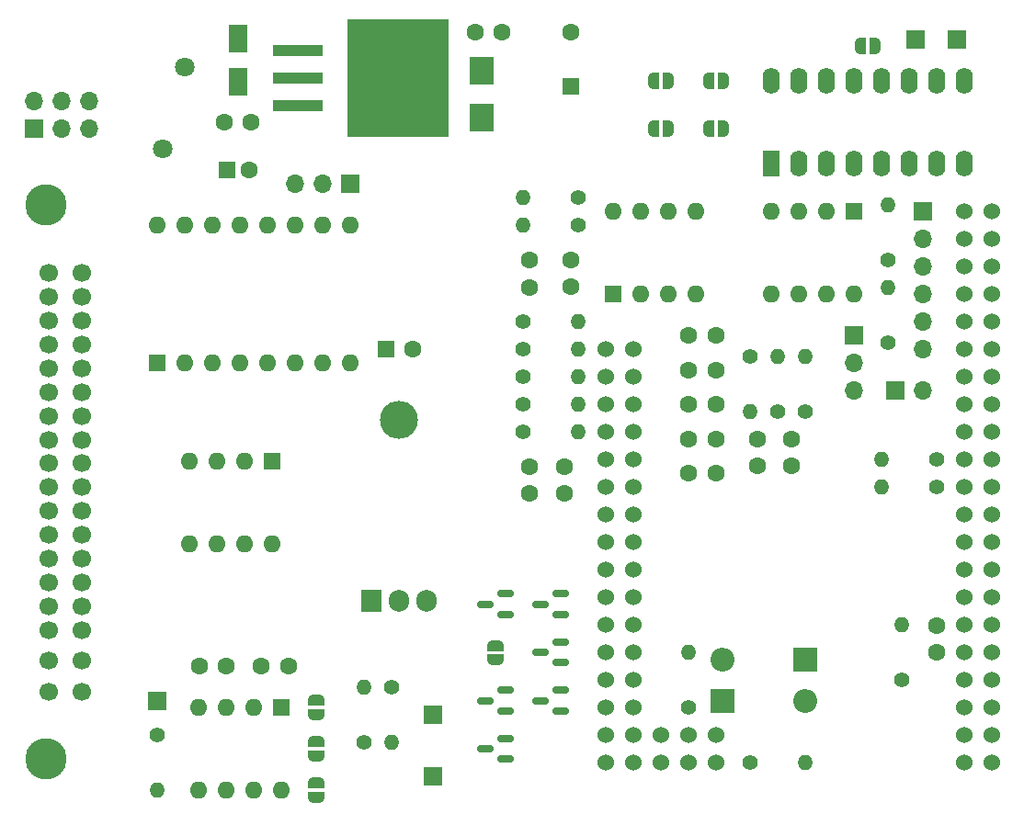
<source format=gts>
G04 #@! TF.GenerationSoftware,KiCad,Pcbnew,(6.0.1)*
G04 #@! TF.CreationDate,2022-03-02T00:16:26-05:00*
G04 #@! TF.ProjectId,klxecu,6b6c7865-6375-42e6-9b69-6361645f7063,rev?*
G04 #@! TF.SameCoordinates,Original*
G04 #@! TF.FileFunction,Soldermask,Top*
G04 #@! TF.FilePolarity,Negative*
%FSLAX46Y46*%
G04 Gerber Fmt 4.6, Leading zero omitted, Abs format (unit mm)*
G04 Created by KiCad (PCBNEW (6.0.1)) date 2022-03-02 00:16:26*
%MOMM*%
%LPD*%
G01*
G04 APERTURE LIST*
G04 Aperture macros list*
%AMRoundRect*
0 Rectangle with rounded corners*
0 $1 Rounding radius*
0 $2 $3 $4 $5 $6 $7 $8 $9 X,Y pos of 4 corners*
0 Add a 4 corners polygon primitive as box body*
4,1,4,$2,$3,$4,$5,$6,$7,$8,$9,$2,$3,0*
0 Add four circle primitives for the rounded corners*
1,1,$1+$1,$2,$3*
1,1,$1+$1,$4,$5*
1,1,$1+$1,$6,$7*
1,1,$1+$1,$8,$9*
0 Add four rect primitives between the rounded corners*
20,1,$1+$1,$2,$3,$4,$5,0*
20,1,$1+$1,$4,$5,$6,$7,0*
20,1,$1+$1,$6,$7,$8,$9,0*
20,1,$1+$1,$8,$9,$2,$3,0*%
%AMFreePoly0*
4,1,22,0.500000,-0.750000,0.000000,-0.750000,0.000000,-0.745033,-0.079941,-0.743568,-0.215256,-0.701293,-0.333266,-0.622738,-0.424486,-0.514219,-0.481581,-0.384460,-0.499164,-0.250000,-0.500000,-0.250000,-0.500000,0.250000,-0.499164,0.250000,-0.499963,0.256109,-0.478152,0.396186,-0.417904,0.524511,-0.324060,0.630769,-0.204165,0.706417,-0.067858,0.745374,0.000000,0.744959,0.000000,0.750000,
0.500000,0.750000,0.500000,-0.750000,0.500000,-0.750000,$1*%
%AMFreePoly1*
4,1,20,0.000000,0.744959,0.073905,0.744508,0.209726,0.703889,0.328688,0.626782,0.421226,0.519385,0.479903,0.390333,0.500000,0.250000,0.500000,-0.250000,0.499851,-0.262216,0.476331,-0.402017,0.414519,-0.529596,0.319384,-0.634700,0.198574,-0.708877,0.061801,-0.746166,0.000000,-0.745033,0.000000,-0.750000,-0.500000,-0.750000,-0.500000,0.750000,0.000000,0.750000,0.000000,0.744959,
0.000000,0.744959,$1*%
G04 Aperture macros list end*
%ADD10FreePoly0,0.000000*%
%ADD11FreePoly1,0.000000*%
%ADD12R,1.700000X1.700000*%
%ADD13C,1.524000*%
%ADD14R,1.600000X2.400000*%
%ADD15O,1.600000X2.400000*%
%ADD16C,1.400000*%
%ADD17O,1.400000X1.400000*%
%ADD18R,1.600000X1.600000*%
%ADD19O,1.600000X1.600000*%
%ADD20R,4.600000X1.100000*%
%ADD21R,9.400000X10.800000*%
%ADD22C,3.800000*%
%ADD23C,1.700000*%
%ADD24C,1.800000*%
%ADD25RoundRect,0.150000X0.587500X0.150000X-0.587500X0.150000X-0.587500X-0.150000X0.587500X-0.150000X0*%
%ADD26O,3.500000X3.500000*%
%ADD27R,1.905000X2.000000*%
%ADD28O,1.905000X2.000000*%
%ADD29O,1.700000X1.700000*%
%ADD30FreePoly1,270.000000*%
%ADD31FreePoly0,270.000000*%
%ADD32FreePoly1,90.000000*%
%ADD33FreePoly0,90.000000*%
%ADD34R,2.200000X2.200000*%
%ADD35O,2.200000X2.200000*%
%ADD36R,2.300000X2.500000*%
%ADD37R,1.800000X2.500000*%
%ADD38C,1.600000*%
G04 APERTURE END LIST*
D10*
X120000000Y-41275000D03*
D11*
X121300000Y-41275000D03*
D12*
X125095000Y-40640000D03*
X128905000Y-40640000D03*
D13*
X132080000Y-64135000D03*
X129540000Y-64135000D03*
X132080000Y-61595000D03*
X129540000Y-61595000D03*
X96520000Y-69215000D03*
X99060000Y-69215000D03*
X96520000Y-71755000D03*
X99060000Y-71755000D03*
X96520000Y-74295000D03*
X99060000Y-74295000D03*
X96520000Y-76835000D03*
X99060000Y-76835000D03*
X96520000Y-79375000D03*
X99060000Y-79375000D03*
X96520000Y-81915000D03*
X99060000Y-81915000D03*
X96520000Y-84455000D03*
X99060000Y-84455000D03*
X96520000Y-86995000D03*
X99060000Y-86995000D03*
X129540000Y-66675000D03*
X129540000Y-71755000D03*
X132080000Y-71755000D03*
X129540000Y-74295000D03*
X132080000Y-74295000D03*
X129540000Y-76835000D03*
X132080000Y-76835000D03*
X129540000Y-79375000D03*
X132080000Y-79375000D03*
X129540000Y-81915000D03*
X132080000Y-81915000D03*
X129540000Y-84455000D03*
X132080000Y-84455000D03*
X129540000Y-86995000D03*
X132080000Y-86995000D03*
X129540000Y-89535000D03*
X132080000Y-89535000D03*
X129540000Y-92075000D03*
X132080000Y-92075000D03*
X129540000Y-94615000D03*
X132080000Y-94615000D03*
X129540000Y-97155000D03*
X132080000Y-97155000D03*
X129540000Y-99695000D03*
X132080000Y-99695000D03*
X129540000Y-102235000D03*
X132080000Y-102235000D03*
X129540000Y-104775000D03*
X132080000Y-104775000D03*
X129540000Y-107315000D03*
X132080000Y-107315000D03*
X96520000Y-89535000D03*
X99060000Y-89535000D03*
X96520000Y-92075000D03*
X99060000Y-92075000D03*
X96520000Y-94615000D03*
X99060000Y-94615000D03*
X96520000Y-97155000D03*
X99060000Y-97155000D03*
X96520000Y-99695000D03*
X99060000Y-99695000D03*
X96520000Y-102235000D03*
X99060000Y-102235000D03*
X96520000Y-104775000D03*
X99060000Y-104775000D03*
X96520000Y-107315000D03*
X99060000Y-107315000D03*
X101600000Y-107315000D03*
X101600000Y-104775000D03*
X104140000Y-107315000D03*
X104140000Y-104775000D03*
X106680000Y-107315000D03*
X106680000Y-104775000D03*
X129540000Y-59055000D03*
X132080000Y-59055000D03*
X132080000Y-66675000D03*
X129540000Y-69215000D03*
X132080000Y-69215000D03*
X132080000Y-56515000D03*
X129540000Y-56515000D03*
D14*
X111775000Y-52085000D03*
D15*
X114315000Y-52085000D03*
X116855000Y-52085000D03*
X119395000Y-52085000D03*
X121935000Y-52085000D03*
X124475000Y-52085000D03*
X127015000Y-52085000D03*
X129555000Y-52085000D03*
X129555000Y-44465000D03*
X127015000Y-44465000D03*
X124475000Y-44465000D03*
X121935000Y-44465000D03*
X119395000Y-44465000D03*
X116855000Y-44465000D03*
X114315000Y-44465000D03*
X111775000Y-44465000D03*
D16*
X104140000Y-102235000D03*
D17*
X104140000Y-97155000D03*
D10*
X106030000Y-44450000D03*
D11*
X107330000Y-44450000D03*
D10*
X106030000Y-48895000D03*
D11*
X107330000Y-48895000D03*
D10*
X100950000Y-48895000D03*
D11*
X102250000Y-48895000D03*
D10*
X100950000Y-44450000D03*
D11*
X102250000Y-44450000D03*
D18*
X66675000Y-102235000D03*
D19*
X64135000Y-102235000D03*
X61595000Y-102235000D03*
X59055000Y-102235000D03*
X59055000Y-109855000D03*
X61595000Y-109855000D03*
X64135000Y-109855000D03*
X66675000Y-109855000D03*
D20*
X68205000Y-41675000D03*
D21*
X77355000Y-44215000D03*
D20*
X68205000Y-44215000D03*
X68205000Y-46755000D03*
D22*
X44960000Y-55940000D03*
X44960000Y-106940000D03*
D23*
X48260000Y-62140000D03*
X48260000Y-64340000D03*
X48260000Y-66540000D03*
X48260000Y-68740000D03*
X48260000Y-70940000D03*
X48260000Y-73140000D03*
X48260000Y-75340000D03*
X48260000Y-77540000D03*
X48260000Y-79740000D03*
X48260000Y-81940000D03*
X48260000Y-84140000D03*
X48260000Y-86340000D03*
X48260000Y-88540000D03*
X48260000Y-90740000D03*
X48260000Y-92940000D03*
X48260000Y-95140000D03*
X48260000Y-97940000D03*
X48260000Y-100740000D03*
X45260000Y-62140000D03*
X45260000Y-64340000D03*
X45260000Y-66540000D03*
X45260000Y-68740000D03*
X45260000Y-70940000D03*
X45260000Y-73140000D03*
X45260000Y-75340000D03*
X45260000Y-77540000D03*
X45260000Y-79740000D03*
X45260000Y-81940000D03*
X45260000Y-84140000D03*
X45260000Y-86340000D03*
X45260000Y-88540000D03*
X45260000Y-90740000D03*
X45260000Y-92940000D03*
X45260000Y-95140000D03*
X45260000Y-97940000D03*
X45260000Y-100740000D03*
D24*
X55755000Y-50740000D03*
X57755000Y-43240000D03*
D16*
X109855000Y-107315000D03*
D17*
X114935000Y-107315000D03*
X55245000Y-109855000D03*
D16*
X55245000Y-104775000D03*
X74295000Y-105410000D03*
D17*
X74295000Y-100330000D03*
D16*
X76835000Y-100330000D03*
D17*
X76835000Y-105410000D03*
X121920000Y-81915000D03*
D16*
X127000000Y-81915000D03*
X127000000Y-79375000D03*
D17*
X121920000Y-79375000D03*
D16*
X123825000Y-99695000D03*
D17*
X123825000Y-94615000D03*
D16*
X88900000Y-76835000D03*
D17*
X93980000Y-76835000D03*
D16*
X88900000Y-66675000D03*
D17*
X93980000Y-66675000D03*
D16*
X88900000Y-71755000D03*
D17*
X93980000Y-71755000D03*
D16*
X93980000Y-57785000D03*
D17*
X88900000Y-57785000D03*
D16*
X109855000Y-69850000D03*
D17*
X109855000Y-74930000D03*
D16*
X88900000Y-74295000D03*
D17*
X93980000Y-74295000D03*
D16*
X88900000Y-69215000D03*
D17*
X93980000Y-69215000D03*
X112395000Y-69850000D03*
D16*
X112395000Y-74930000D03*
D17*
X114935000Y-69850000D03*
D16*
X114935000Y-74930000D03*
X93980000Y-55245000D03*
D17*
X88900000Y-55245000D03*
D16*
X122555000Y-68580000D03*
D17*
X122555000Y-63500000D03*
D16*
X122555000Y-60960000D03*
D17*
X122555000Y-55880000D03*
D25*
X87297500Y-106995000D03*
X87297500Y-105095000D03*
X85422500Y-106045000D03*
X92377500Y-93660000D03*
X92377500Y-91760000D03*
X90502500Y-92710000D03*
X92377500Y-98105000D03*
X92377500Y-96205000D03*
X90502500Y-97155000D03*
X92377500Y-102550000D03*
X92377500Y-100650000D03*
X90502500Y-101600000D03*
D26*
X77470000Y-75755000D03*
D27*
X74930000Y-92415000D03*
D28*
X77470000Y-92415000D03*
X80010000Y-92415000D03*
D25*
X87297500Y-102550000D03*
X87297500Y-100650000D03*
X85422500Y-101600000D03*
X87297500Y-93660000D03*
X87297500Y-91760000D03*
X85422500Y-92710000D03*
D12*
X123185000Y-73025000D03*
D29*
X125725000Y-73025000D03*
D12*
X73025000Y-53975000D03*
D29*
X70485000Y-53975000D03*
X67945000Y-53975000D03*
D30*
X69860000Y-110495000D03*
D31*
X69860000Y-109195000D03*
X69860000Y-105385000D03*
D30*
X69860000Y-106685000D03*
D32*
X69860000Y-101575000D03*
D33*
X69860000Y-102875000D03*
X86360000Y-97805000D03*
D32*
X86360000Y-96505000D03*
D12*
X119380000Y-67960000D03*
D29*
X119380000Y-70500000D03*
X119380000Y-73040000D03*
D12*
X80645000Y-108585000D03*
X55245000Y-101600000D03*
X80645000Y-102870000D03*
D18*
X65760000Y-79515000D03*
D19*
X63220000Y-79515000D03*
X60680000Y-79515000D03*
X58140000Y-79515000D03*
X58140000Y-87135000D03*
X60680000Y-87135000D03*
X63220000Y-87135000D03*
X65760000Y-87135000D03*
D18*
X119370000Y-56525000D03*
D19*
X116830000Y-56525000D03*
X114290000Y-56525000D03*
X111750000Y-56525000D03*
X111750000Y-64145000D03*
X114290000Y-64145000D03*
X116830000Y-64145000D03*
X119370000Y-64145000D03*
D12*
X125730000Y-56515000D03*
D29*
X125730000Y-59055000D03*
X125730000Y-61595000D03*
X125730000Y-64135000D03*
X125730000Y-66675000D03*
X125730000Y-69215000D03*
D12*
X43830000Y-48900000D03*
D29*
X43830000Y-46360000D03*
X46370000Y-48900000D03*
X46370000Y-46360000D03*
X48910000Y-48900000D03*
X48910000Y-46360000D03*
D18*
X97165000Y-64125000D03*
D19*
X99705000Y-64125000D03*
X102245000Y-64125000D03*
X104785000Y-64125000D03*
X104785000Y-56505000D03*
X102245000Y-56505000D03*
X99705000Y-56505000D03*
X97165000Y-56505000D03*
D34*
X107315000Y-101600000D03*
D35*
X114935000Y-101600000D03*
D34*
X114935000Y-97790000D03*
D35*
X107315000Y-97790000D03*
D36*
X85090000Y-47870000D03*
X85090000Y-43570000D03*
D37*
X62635000Y-40545000D03*
X62635000Y-44545000D03*
D18*
X76264888Y-69215000D03*
D38*
X78764888Y-69215000D03*
X61565000Y-98415000D03*
X59065000Y-98415000D03*
X67300000Y-98415000D03*
X64800000Y-98415000D03*
X127000000Y-94655000D03*
X127000000Y-97155000D03*
X104160000Y-80645000D03*
X106660000Y-80645000D03*
X104180000Y-67945000D03*
X106680000Y-67945000D03*
X104160000Y-74295000D03*
X106660000Y-74295000D03*
X89535000Y-80030000D03*
X89535000Y-82530000D03*
X89535000Y-61000000D03*
X89535000Y-63500000D03*
X110490000Y-79990000D03*
X110490000Y-77490000D03*
X104160000Y-77470000D03*
X106660000Y-77470000D03*
X104160000Y-71120000D03*
X106660000Y-71120000D03*
X113665000Y-77490000D03*
X113665000Y-79990000D03*
X92710000Y-80030000D03*
X92710000Y-82530000D03*
X93345000Y-63480000D03*
X93345000Y-60980000D03*
D18*
X93345000Y-44947651D03*
D38*
X93345000Y-39947651D03*
X86975000Y-40005000D03*
X84475000Y-40005000D03*
X61385000Y-48260000D03*
X63885000Y-48260000D03*
D18*
X61679888Y-52705000D03*
D38*
X63679888Y-52705000D03*
D18*
X55245000Y-70475000D03*
D19*
X57785000Y-70475000D03*
X60325000Y-70475000D03*
X62865000Y-70475000D03*
X65405000Y-70475000D03*
X67945000Y-70475000D03*
X70485000Y-70475000D03*
X73025000Y-70475000D03*
X73025000Y-57775000D03*
X70485000Y-57775000D03*
X67945000Y-57775000D03*
X65405000Y-57775000D03*
X62865000Y-57775000D03*
X60325000Y-57775000D03*
X57785000Y-57775000D03*
X55245000Y-57775000D03*
M02*

</source>
